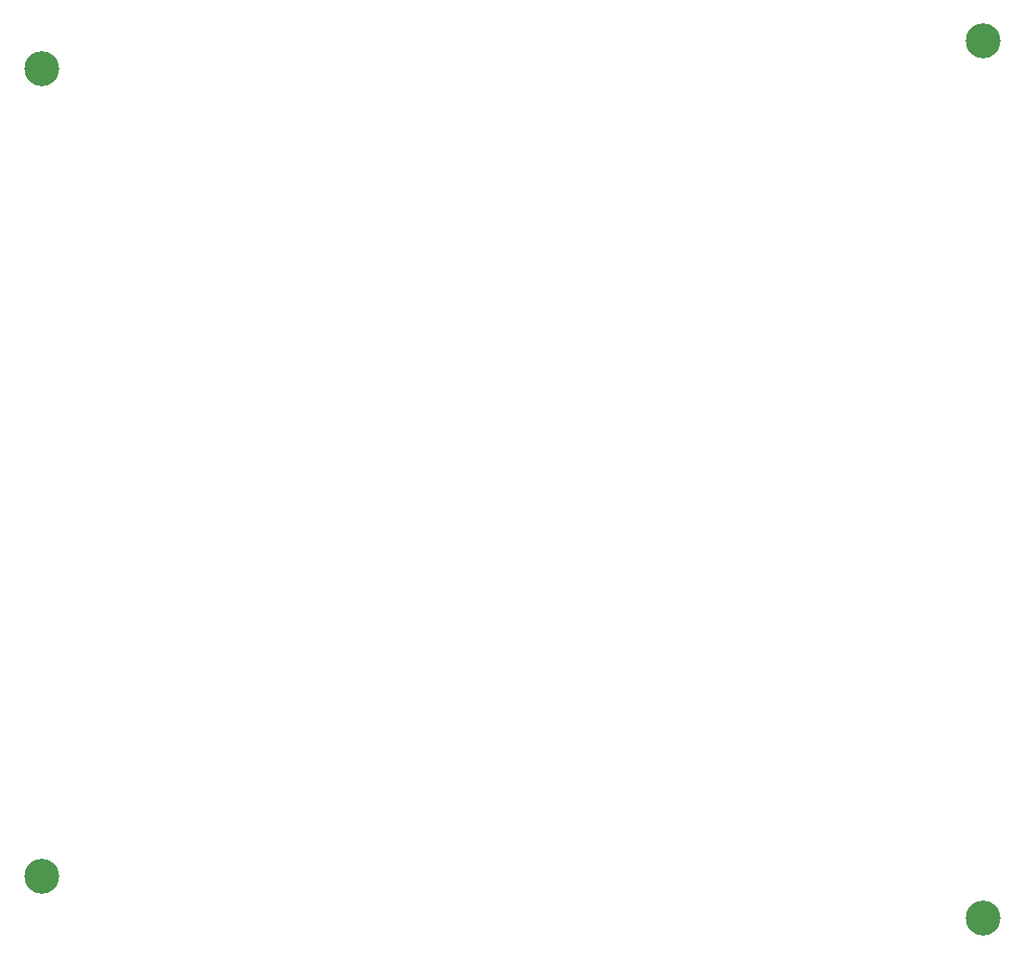
<source format=gbr>
%TF.GenerationSoftware,Altium Limited,Altium Designer,23.1.1 (15)*%
G04 Layer_Color=0*
%FSLAX45Y45*%
%MOMM*%
%TF.SameCoordinates,94CA0F20-7CEF-4758-9589-D945348769B5*%
%TF.FilePolarity,Positive*%
%TF.FileFunction,NonPlated,1,4,NPTH,Drill*%
%TF.Part,Single*%
G01*
G75*
%TA.AperFunction,OtherDrill,Pad Free-1 (-5.08mm,85.09mm)*%
%ADD138C,3.18000*%
%TA.AperFunction,OtherDrill,Pad Free-1 (-5.08mm,5.08mm)*%
%ADD139C,3.18000*%
%TA.AperFunction,OtherDrill,Pad Free-1 (-90.81mm,8.89mm)*%
%ADD140C,3.18000*%
%TA.AperFunction,OtherDrill,Pad Free-1 (-90.81mm,82.55mm)*%
%ADD141C,3.18000*%
D138*
X-508000Y8509000D02*
D03*
D139*
Y508000D02*
D03*
D140*
X-9081000Y889000D02*
D03*
D141*
Y8255000D02*
D03*
%TF.MD5,7e6c8cc44c9a2e9b4c9da9564bdc3dc2*%
M02*

</source>
